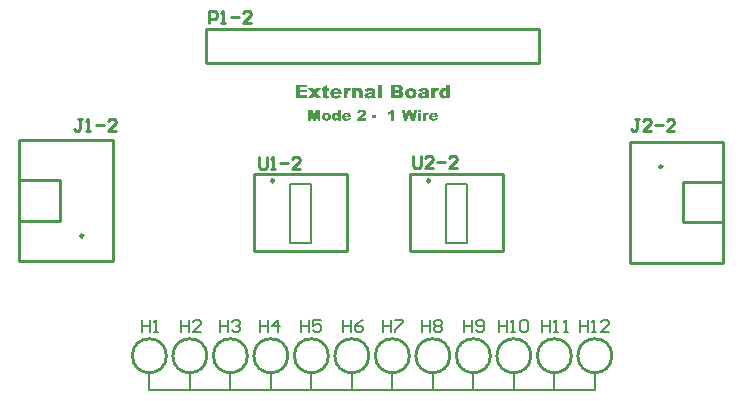
<source format=gto>
G04 Layer_Color=65535*
%FSLAX25Y25*%
%MOIN*%
G70*
G01*
G75*
%ADD21C,0.01000*%
%ADD22C,0.00984*%
%ADD23C,0.00800*%
%ADD24C,0.00787*%
G36*
X144328Y103315D02*
X143130D01*
Y103801D01*
X143121Y103784D01*
X143088Y103751D01*
X143038Y103701D01*
X142979Y103633D01*
X142903Y103567D01*
X142828Y103491D01*
X142753Y103432D01*
X142669Y103382D01*
X142660Y103374D01*
X142619Y103357D01*
X142560Y103340D01*
X142493Y103315D01*
X142401Y103282D01*
X142292Y103265D01*
X142183Y103248D01*
X142057Y103240D01*
X141990D01*
X141948Y103248D01*
X141890Y103256D01*
X141823Y103265D01*
X141672Y103307D01*
X141504Y103365D01*
X141420Y103407D01*
X141336Y103457D01*
X141244Y103516D01*
X141169Y103583D01*
X141093Y103659D01*
X141018Y103751D01*
Y103759D01*
X141001Y103776D01*
X140984Y103801D01*
X140959Y103843D01*
X140934Y103893D01*
X140909Y103952D01*
X140875Y104027D01*
X140842Y104103D01*
X140808Y104187D01*
X140775Y104287D01*
X140725Y104497D01*
X140683Y104740D01*
X140666Y105008D01*
Y105016D01*
Y105041D01*
Y105092D01*
X140674Y105142D01*
Y105217D01*
X140691Y105293D01*
X140700Y105385D01*
X140716Y105477D01*
X140767Y105678D01*
X140834Y105896D01*
X140934Y106097D01*
X140993Y106189D01*
X141060Y106273D01*
X141068Y106282D01*
X141077Y106290D01*
X141102Y106315D01*
X141135Y106340D01*
X141219Y106416D01*
X141336Y106500D01*
X141479Y106575D01*
X141647Y106650D01*
X141848Y106701D01*
X141957Y106709D01*
X142066Y106717D01*
X142116D01*
X142174Y106709D01*
X142242D01*
X142325Y106692D01*
X142418Y106676D01*
X142510Y106650D01*
X142602Y106617D01*
X142610Y106608D01*
X142644Y106600D01*
X142686Y106575D01*
X142744Y106541D01*
X142811Y106500D01*
X142887Y106449D01*
X142962Y106382D01*
X143038Y106315D01*
Y107907D01*
X144328D01*
Y103315D01*
D02*
G37*
G36*
X117856Y106709D02*
X117998Y106701D01*
X118157Y106692D01*
X118308Y106676D01*
X118442Y106650D01*
X118459D01*
X118501Y106634D01*
X118568Y106617D01*
X118652Y106592D01*
X118744Y106558D01*
X118836Y106508D01*
X118937Y106449D01*
X119029Y106382D01*
X119037Y106374D01*
X119054Y106357D01*
X119088Y106324D01*
X119121Y106282D01*
X119163Y106223D01*
X119205Y106156D01*
X119247Y106072D01*
X119280Y105980D01*
X119289Y105972D01*
X119297Y105938D01*
X119314Y105888D01*
X119331Y105821D01*
X119347Y105745D01*
X119364Y105661D01*
X119381Y105578D01*
Y105485D01*
Y104019D01*
Y104011D01*
Y103977D01*
Y103935D01*
Y103885D01*
X119389Y103768D01*
X119398Y103709D01*
X119406Y103650D01*
Y103642D01*
X119414Y103625D01*
X119423Y103600D01*
X119439Y103558D01*
X119456Y103508D01*
X119473Y103449D01*
X119540Y103315D01*
X118342D01*
Y103323D01*
X118333Y103340D01*
X118300Y103391D01*
X118266Y103449D01*
X118241Y103508D01*
Y103525D01*
X118233Y103558D01*
X118216Y103625D01*
X118199Y103717D01*
X118191Y103709D01*
X118157Y103675D01*
X118107Y103633D01*
X118040Y103583D01*
X117965Y103525D01*
X117881Y103474D01*
X117797Y103416D01*
X117705Y103374D01*
X117688Y103365D01*
X117646Y103357D01*
X117571Y103332D01*
X117479Y103307D01*
X117361Y103282D01*
X117227Y103265D01*
X117076Y103248D01*
X116917Y103240D01*
X116858D01*
X116817Y103248D01*
X116766D01*
X116708Y103256D01*
X116574Y103273D01*
X116431Y103307D01*
X116280Y103357D01*
X116129Y103416D01*
X116004Y103508D01*
X115987Y103525D01*
X115953Y103558D01*
X115911Y103617D01*
X115853Y103701D01*
X115794Y103801D01*
X115752Y103919D01*
X115719Y104044D01*
X115702Y104195D01*
Y104203D01*
Y104212D01*
Y104262D01*
X115710Y104329D01*
X115727Y104413D01*
X115752Y104513D01*
X115794Y104614D01*
X115845Y104723D01*
X115920Y104815D01*
X115928Y104824D01*
X115962Y104857D01*
X116021Y104899D01*
X116104Y104949D01*
X116222Y105008D01*
X116364Y105067D01*
X116532Y105125D01*
X116632Y105150D01*
X116741Y105175D01*
X116750D01*
X116775Y105184D01*
X116808Y105192D01*
X116858Y105201D01*
X116917Y105209D01*
X116984Y105226D01*
X117127Y105251D01*
X117286Y105284D01*
X117437Y105318D01*
X117571Y105351D01*
X117629Y105368D01*
X117671Y105377D01*
X117680D01*
X117713Y105385D01*
X117755Y105402D01*
X117814Y105419D01*
X117881Y105444D01*
X117956Y105469D01*
X118132Y105536D01*
Y105544D01*
Y105569D01*
X118124Y105611D01*
Y105661D01*
X118090Y105762D01*
X118065Y105812D01*
X118032Y105854D01*
X118023Y105863D01*
X118015Y105871D01*
X117990Y105888D01*
X117948Y105904D01*
X117906Y105921D01*
X117847Y105938D01*
X117772Y105955D01*
X117638D01*
X117579Y105946D01*
X117512D01*
X117361Y105913D01*
X117286Y105888D01*
X117219Y105854D01*
X117210D01*
X117202Y105838D01*
X117177Y105821D01*
X117152Y105787D01*
X117118Y105745D01*
X117085Y105695D01*
X117051Y105636D01*
X117026Y105561D01*
X115803Y105687D01*
Y105703D01*
X115819Y105737D01*
X115828Y105796D01*
X115853Y105871D01*
X115878Y105946D01*
X115911Y106030D01*
X115953Y106114D01*
X115995Y106189D01*
X116004Y106198D01*
X116021Y106223D01*
X116054Y106256D01*
X116096Y106298D01*
X116146Y106349D01*
X116213Y106399D01*
X116289Y106458D01*
X116372Y106508D01*
X116381Y106516D01*
X116406Y106525D01*
X116448Y106541D01*
X116498Y106567D01*
X116565Y106592D01*
X116649Y106617D01*
X116741Y106642D01*
X116850Y106659D01*
X116867D01*
X116900Y106667D01*
X116967Y106676D01*
X117051Y106692D01*
X117152Y106701D01*
X117261Y106709D01*
X117386Y106717D01*
X117722D01*
X117856Y106709D01*
D02*
G37*
G36*
X140105D02*
X140180Y106692D01*
X140272Y106676D01*
X140373Y106642D01*
X140490Y106600D01*
X140616Y106541D01*
X140214Y105628D01*
X140205Y105636D01*
X140180Y105645D01*
X140138Y105661D01*
X140088Y105678D01*
X139971Y105712D01*
X139912Y105728D01*
X139820D01*
X139778Y105720D01*
X139719Y105703D01*
X139652Y105678D01*
X139593Y105636D01*
X139526Y105586D01*
X139468Y105519D01*
X139459Y105502D01*
X139434Y105460D01*
X139426Y105427D01*
X139409Y105385D01*
X139392Y105335D01*
X139375Y105276D01*
X139350Y105201D01*
X139334Y105125D01*
X139317Y105033D01*
X139309Y104932D01*
X139292Y104824D01*
X139283Y104706D01*
X139275Y104572D01*
Y104430D01*
Y103315D01*
X137993D01*
Y106642D01*
X139183D01*
Y106097D01*
X139191Y106114D01*
X139216Y106156D01*
X139250Y106215D01*
X139292Y106290D01*
X139409Y106449D01*
X139468Y106525D01*
X139535Y106583D01*
X139543Y106592D01*
X139568Y106608D01*
X139610Y106625D01*
X139660Y106650D01*
X139727Y106676D01*
X139811Y106701D01*
X139895Y106709D01*
X139996Y106717D01*
X140046D01*
X140105Y106709D01*
D02*
G37*
G36*
X138873Y98562D02*
X138932D01*
X139056Y98549D01*
X139194Y98529D01*
X139338Y98496D01*
X139483Y98457D01*
X139614Y98398D01*
X139620D01*
X139627Y98391D01*
X139666Y98365D01*
X139725Y98326D01*
X139797Y98273D01*
X139883Y98201D01*
X139962Y98116D01*
X140040Y98017D01*
X140112Y97906D01*
Y97899D01*
X140119Y97893D01*
X140126Y97873D01*
X140139Y97847D01*
X140152Y97814D01*
X140165Y97774D01*
X140198Y97683D01*
X140230Y97558D01*
X140257Y97420D01*
X140276Y97256D01*
X140283Y97073D01*
Y96961D01*
X138282D01*
Y96948D01*
X138289Y96922D01*
X138295Y96876D01*
X138308Y96823D01*
X138348Y96705D01*
X138374Y96653D01*
X138407Y96600D01*
X138413Y96594D01*
X138433Y96574D01*
X138466Y96548D01*
X138512Y96515D01*
X138564Y96482D01*
X138630Y96456D01*
X138702Y96436D01*
X138787Y96430D01*
X138813D01*
X138840Y96436D01*
X138879D01*
X138964Y96463D01*
X139010Y96476D01*
X139063Y96502D01*
X139069D01*
X139076Y96508D01*
X139115Y96541D01*
X139141Y96561D01*
X139168Y96594D01*
X139207Y96627D01*
X139240Y96672D01*
X140224Y96581D01*
Y96574D01*
X140211Y96561D01*
X140198Y96541D01*
X140184Y96515D01*
X140132Y96449D01*
X140066Y96364D01*
X139988Y96272D01*
X139896Y96174D01*
X139791Y96088D01*
X139673Y96016D01*
X139666D01*
X139660Y96010D01*
X139640Y96003D01*
X139614Y95990D01*
X139581Y95977D01*
X139542Y95964D01*
X139496Y95944D01*
X139443Y95931D01*
X139378Y95918D01*
X139312Y95898D01*
X139240Y95885D01*
X139155Y95872D01*
X139069Y95859D01*
X138971Y95852D01*
X138873Y95846D01*
X138676D01*
X138630Y95852D01*
X138584D01*
X138466Y95865D01*
X138335Y95879D01*
X138197Y95905D01*
X138066Y95944D01*
X137948Y95990D01*
X137934Y95997D01*
X137902Y96016D01*
X137843Y96056D01*
X137777Y96102D01*
X137698Y96167D01*
X137613Y96246D01*
X137534Y96338D01*
X137455Y96449D01*
Y96456D01*
X137449Y96463D01*
X137436Y96482D01*
X137429Y96508D01*
X137397Y96574D01*
X137364Y96666D01*
X137324Y96771D01*
X137298Y96902D01*
X137272Y97040D01*
X137265Y97197D01*
Y97204D01*
Y97223D01*
Y97256D01*
X137272Y97296D01*
X137278Y97348D01*
X137285Y97414D01*
X137298Y97479D01*
X137311Y97551D01*
X137357Y97709D01*
X137390Y97788D01*
X137429Y97873D01*
X137475Y97958D01*
X137528Y98037D01*
X137587Y98116D01*
X137652Y98188D01*
X137659Y98194D01*
X137672Y98207D01*
X137692Y98221D01*
X137724Y98247D01*
X137764Y98273D01*
X137816Y98306D01*
X137869Y98345D01*
X137934Y98378D01*
X138007Y98411D01*
X138092Y98450D01*
X138177Y98483D01*
X138276Y98509D01*
X138381Y98535D01*
X138492Y98555D01*
X138610Y98562D01*
X138735Y98568D01*
X138827D01*
X138873Y98562D01*
D02*
G37*
G36*
X109851D02*
X109910D01*
X110035Y98549D01*
X110172Y98529D01*
X110317Y98496D01*
X110461Y98457D01*
X110592Y98398D01*
X110599D01*
X110606Y98391D01*
X110645Y98365D01*
X110704Y98326D01*
X110776Y98273D01*
X110861Y98201D01*
X110940Y98116D01*
X111019Y98017D01*
X111091Y97906D01*
Y97899D01*
X111098Y97893D01*
X111104Y97873D01*
X111117Y97847D01*
X111130Y97814D01*
X111143Y97774D01*
X111176Y97683D01*
X111209Y97558D01*
X111235Y97420D01*
X111255Y97256D01*
X111261Y97073D01*
Y96961D01*
X109261D01*
Y96948D01*
X109267Y96922D01*
X109274Y96876D01*
X109287Y96823D01*
X109326Y96705D01*
X109353Y96653D01*
X109385Y96600D01*
X109392Y96594D01*
X109412Y96574D01*
X109444Y96548D01*
X109490Y96515D01*
X109543Y96482D01*
X109608Y96456D01*
X109680Y96436D01*
X109766Y96430D01*
X109792D01*
X109818Y96436D01*
X109858D01*
X109943Y96463D01*
X109989Y96476D01*
X110041Y96502D01*
X110048D01*
X110054Y96508D01*
X110094Y96541D01*
X110120Y96561D01*
X110146Y96594D01*
X110186Y96627D01*
X110218Y96672D01*
X111202Y96581D01*
Y96574D01*
X111189Y96561D01*
X111176Y96541D01*
X111163Y96515D01*
X111111Y96449D01*
X111045Y96364D01*
X110966Y96272D01*
X110874Y96174D01*
X110769Y96088D01*
X110651Y96016D01*
X110645D01*
X110638Y96010D01*
X110619Y96003D01*
X110592Y95990D01*
X110559Y95977D01*
X110520Y95964D01*
X110474Y95944D01*
X110422Y95931D01*
X110356Y95918D01*
X110291Y95898D01*
X110218Y95885D01*
X110133Y95872D01*
X110048Y95859D01*
X109950Y95852D01*
X109851Y95846D01*
X109654D01*
X109608Y95852D01*
X109562D01*
X109444Y95865D01*
X109313Y95879D01*
X109175Y95905D01*
X109044Y95944D01*
X108926Y95990D01*
X108913Y95997D01*
X108880Y96016D01*
X108821Y96056D01*
X108756Y96102D01*
X108677Y96167D01*
X108592Y96246D01*
X108513Y96338D01*
X108434Y96449D01*
Y96456D01*
X108428Y96463D01*
X108414Y96482D01*
X108408Y96508D01*
X108375Y96574D01*
X108342Y96666D01*
X108303Y96771D01*
X108277Y96902D01*
X108250Y97040D01*
X108244Y97197D01*
Y97204D01*
Y97223D01*
Y97256D01*
X108250Y97296D01*
X108257Y97348D01*
X108264Y97414D01*
X108277Y97479D01*
X108290Y97551D01*
X108336Y97709D01*
X108369Y97788D01*
X108408Y97873D01*
X108454Y97958D01*
X108506Y98037D01*
X108565Y98116D01*
X108631Y98188D01*
X108637Y98194D01*
X108651Y98207D01*
X108670Y98221D01*
X108703Y98247D01*
X108742Y98273D01*
X108795Y98306D01*
X108847Y98345D01*
X108913Y98378D01*
X108985Y98411D01*
X109070Y98450D01*
X109156Y98483D01*
X109254Y98509D01*
X109359Y98535D01*
X109471Y98555D01*
X109589Y98562D01*
X109713Y98568D01*
X109805D01*
X109851Y98562D01*
D02*
G37*
G36*
X103160D02*
X103219Y98555D01*
X103298Y98542D01*
X103383Y98529D01*
X103468Y98509D01*
X103560Y98489D01*
X103658Y98457D01*
X103757Y98417D01*
X103855Y98378D01*
X103954Y98319D01*
X104045Y98260D01*
X104131Y98188D01*
X104209Y98109D01*
X104216Y98102D01*
X104223Y98096D01*
X104242Y98070D01*
X104262Y98043D01*
X104288Y98011D01*
X104314Y97965D01*
X104341Y97919D01*
X104374Y97860D01*
X104432Y97729D01*
X104485Y97578D01*
X104524Y97400D01*
X104531Y97309D01*
X104537Y97210D01*
Y97204D01*
Y97184D01*
Y97151D01*
X104531Y97112D01*
X104524Y97059D01*
X104518Y97000D01*
X104505Y96935D01*
X104485Y96863D01*
X104439Y96705D01*
X104406Y96627D01*
X104367Y96541D01*
X104321Y96463D01*
X104269Y96377D01*
X104209Y96298D01*
X104137Y96226D01*
X104131Y96220D01*
X104118Y96213D01*
X104098Y96193D01*
X104065Y96167D01*
X104026Y96141D01*
X103973Y96108D01*
X103914Y96069D01*
X103849Y96036D01*
X103777Y96003D01*
X103691Y95964D01*
X103599Y95931D01*
X103501Y95905D01*
X103396Y95879D01*
X103278Y95865D01*
X103160Y95852D01*
X103029Y95846D01*
X102970D01*
X102924Y95852D01*
X102871D01*
X102812Y95865D01*
X102740Y95872D01*
X102668Y95885D01*
X102504Y95925D01*
X102333Y95977D01*
X102169Y96056D01*
X102084Y96108D01*
X102012Y96161D01*
X102005Y96167D01*
X101992Y96180D01*
X101966Y96200D01*
X101940Y96233D01*
X101900Y96272D01*
X101861Y96318D01*
X101822Y96377D01*
X101776Y96436D01*
X101730Y96508D01*
X101690Y96587D01*
X101651Y96672D01*
X101612Y96764D01*
X101585Y96863D01*
X101559Y96968D01*
X101546Y97079D01*
X101540Y97197D01*
Y97204D01*
Y97223D01*
Y97256D01*
X101546Y97296D01*
X101553Y97348D01*
X101559Y97407D01*
X101572Y97473D01*
X101592Y97545D01*
X101638Y97702D01*
X101671Y97781D01*
X101710Y97866D01*
X101756Y97945D01*
X101809Y98030D01*
X101868Y98109D01*
X101940Y98181D01*
X101946Y98188D01*
X101959Y98201D01*
X101979Y98214D01*
X102012Y98240D01*
X102051Y98273D01*
X102104Y98306D01*
X102163Y98339D01*
X102228Y98378D01*
X102301Y98411D01*
X102379Y98444D01*
X102471Y98476D01*
X102569Y98509D01*
X102674Y98535D01*
X102786Y98549D01*
X102904Y98562D01*
X103029Y98568D01*
X103101D01*
X103160Y98562D01*
D02*
G37*
G36*
X121467Y103315D02*
X120185D01*
Y107907D01*
X121467D01*
Y103315D01*
D02*
G37*
G36*
X127266Y107899D02*
X127325D01*
X127384Y107891D01*
X127535Y107865D01*
X127702Y107824D01*
X127870Y107765D01*
X128029Y107681D01*
X128180Y107572D01*
X128188D01*
X128197Y107555D01*
X128238Y107513D01*
X128297Y107446D01*
X128364Y107346D01*
X128423Y107229D01*
X128481Y107095D01*
X128523Y106935D01*
X128540Y106851D01*
Y106759D01*
Y106751D01*
Y106743D01*
Y106692D01*
X128523Y106617D01*
X128507Y106525D01*
X128473Y106416D01*
X128431Y106298D01*
X128364Y106181D01*
X128280Y106064D01*
X128272Y106055D01*
X128247Y106030D01*
X128213Y105997D01*
X128155Y105955D01*
X128088Y105904D01*
X128004Y105854D01*
X127903Y105804D01*
X127786Y105754D01*
X127794D01*
X127811Y105745D01*
X127836D01*
X127870Y105728D01*
X127954Y105703D01*
X128062Y105661D01*
X128180Y105603D01*
X128305Y105527D01*
X128414Y105444D01*
X128515Y105343D01*
X128523Y105326D01*
X128549Y105293D01*
X128591Y105226D01*
X128632Y105142D01*
X128674Y105041D01*
X128716Y104916D01*
X128741Y104773D01*
X128750Y104614D01*
Y104597D01*
Y104555D01*
X128741Y104488D01*
X128733Y104404D01*
X128708Y104304D01*
X128683Y104195D01*
X128641Y104086D01*
X128582Y103977D01*
X128574Y103969D01*
X128549Y103927D01*
X128515Y103876D01*
X128465Y103818D01*
X128398Y103743D01*
X128314Y103667D01*
X128222Y103592D01*
X128121Y103525D01*
X128113D01*
X128088Y103508D01*
X128046Y103491D01*
X127987Y103466D01*
X127912Y103441D01*
X127820Y103416D01*
X127711Y103399D01*
X127585Y103374D01*
X127568D01*
X127543Y103365D01*
X127509D01*
X127426Y103357D01*
X127325Y103349D01*
X127216Y103332D01*
X127116Y103323D01*
X127023Y103315D01*
X124501D01*
Y107907D01*
X127225D01*
X127266Y107899D01*
D02*
G37*
G36*
X135688Y106709D02*
X135831Y106701D01*
X135990Y106692D01*
X136141Y106676D01*
X136275Y106650D01*
X136292D01*
X136334Y106634D01*
X136401Y106617D01*
X136484Y106592D01*
X136577Y106558D01*
X136669Y106508D01*
X136769Y106449D01*
X136862Y106382D01*
X136870Y106374D01*
X136887Y106357D01*
X136920Y106324D01*
X136954Y106282D01*
X136996Y106223D01*
X137038Y106156D01*
X137079Y106072D01*
X137113Y105980D01*
X137121Y105972D01*
X137130Y105938D01*
X137146Y105888D01*
X137163Y105821D01*
X137180Y105745D01*
X137197Y105661D01*
X137214Y105578D01*
Y105485D01*
Y104019D01*
Y104011D01*
Y103977D01*
Y103935D01*
Y103885D01*
X137222Y103768D01*
X137230Y103709D01*
X137239Y103650D01*
Y103642D01*
X137247Y103625D01*
X137255Y103600D01*
X137272Y103558D01*
X137289Y103508D01*
X137306Y103449D01*
X137373Y103315D01*
X136174D01*
Y103323D01*
X136166Y103340D01*
X136133Y103391D01*
X136099Y103449D01*
X136074Y103508D01*
Y103525D01*
X136065Y103558D01*
X136049Y103625D01*
X136032Y103717D01*
X136023Y103709D01*
X135990Y103675D01*
X135940Y103633D01*
X135873Y103583D01*
X135797Y103525D01*
X135714Y103474D01*
X135630Y103416D01*
X135538Y103374D01*
X135521Y103365D01*
X135479Y103357D01*
X135403Y103332D01*
X135311Y103307D01*
X135194Y103282D01*
X135060Y103265D01*
X134909Y103248D01*
X134750Y103240D01*
X134691D01*
X134649Y103248D01*
X134599D01*
X134540Y103256D01*
X134406Y103273D01*
X134264Y103307D01*
X134113Y103357D01*
X133962Y103416D01*
X133836Y103508D01*
X133820Y103525D01*
X133786Y103558D01*
X133744Y103617D01*
X133686Y103701D01*
X133627Y103801D01*
X133585Y103919D01*
X133551Y104044D01*
X133535Y104195D01*
Y104203D01*
Y104212D01*
Y104262D01*
X133543Y104329D01*
X133560Y104413D01*
X133585Y104513D01*
X133627Y104614D01*
X133677Y104723D01*
X133753Y104815D01*
X133761Y104824D01*
X133794Y104857D01*
X133853Y104899D01*
X133937Y104949D01*
X134054Y105008D01*
X134197Y105067D01*
X134364Y105125D01*
X134465Y105150D01*
X134574Y105175D01*
X134582D01*
X134607Y105184D01*
X134641Y105192D01*
X134691Y105201D01*
X134750Y105209D01*
X134817Y105226D01*
X134959Y105251D01*
X135118Y105284D01*
X135269Y105318D01*
X135403Y105351D01*
X135462Y105368D01*
X135504Y105377D01*
X135512D01*
X135546Y105385D01*
X135588Y105402D01*
X135646Y105419D01*
X135714Y105444D01*
X135789Y105469D01*
X135965Y105536D01*
Y105544D01*
Y105569D01*
X135957Y105611D01*
Y105661D01*
X135923Y105762D01*
X135898Y105812D01*
X135864Y105854D01*
X135856Y105863D01*
X135847Y105871D01*
X135822Y105888D01*
X135781Y105904D01*
X135739Y105921D01*
X135680Y105938D01*
X135605Y105955D01*
X135470D01*
X135412Y105946D01*
X135345D01*
X135194Y105913D01*
X135118Y105888D01*
X135051Y105854D01*
X135043D01*
X135035Y105838D01*
X135010Y105821D01*
X134984Y105787D01*
X134951Y105745D01*
X134917Y105695D01*
X134884Y105636D01*
X134859Y105561D01*
X133635Y105687D01*
Y105703D01*
X133652Y105737D01*
X133660Y105796D01*
X133686Y105871D01*
X133711Y105946D01*
X133744Y106030D01*
X133786Y106114D01*
X133828Y106189D01*
X133836Y106198D01*
X133853Y106223D01*
X133887Y106256D01*
X133929Y106298D01*
X133979Y106349D01*
X134046Y106399D01*
X134121Y106458D01*
X134205Y106508D01*
X134213Y106516D01*
X134239Y106525D01*
X134281Y106541D01*
X134331Y106567D01*
X134398Y106592D01*
X134482Y106617D01*
X134574Y106642D01*
X134683Y106659D01*
X134699D01*
X134733Y106667D01*
X134800Y106676D01*
X134884Y106692D01*
X134984Y106701D01*
X135093Y106709D01*
X135219Y106717D01*
X135554D01*
X135688Y106709D01*
D02*
G37*
G36*
X114051D02*
X114152Y106701D01*
X114269Y106676D01*
X114403Y106642D01*
X114537Y106583D01*
X114671Y106508D01*
X114797Y106399D01*
X114814Y106382D01*
X114847Y106340D01*
X114889Y106265D01*
X114948Y106156D01*
X115006Y106022D01*
X115048Y105854D01*
X115082Y105653D01*
X115099Y105427D01*
Y103315D01*
X113816D01*
Y105142D01*
Y105159D01*
Y105192D01*
X113808Y105251D01*
X113800Y105318D01*
X113766Y105460D01*
X113741Y105527D01*
X113699Y105586D01*
X113691Y105595D01*
X113674Y105611D01*
X113649Y105628D01*
X113615Y105653D01*
X113565Y105678D01*
X113515Y105703D01*
X113448Y105712D01*
X113372Y105720D01*
X113330D01*
X113289Y105712D01*
X113238Y105695D01*
X113180Y105678D01*
X113113Y105645D01*
X113054Y105603D01*
X112995Y105544D01*
X112987Y105536D01*
X112970Y105511D01*
X112953Y105460D01*
X112928Y105402D01*
X112895Y105309D01*
X112878Y105201D01*
X112861Y105067D01*
X112853Y104907D01*
Y103315D01*
X111579D01*
Y106642D01*
X112761D01*
Y106097D01*
X112769Y106114D01*
X112811Y106156D01*
X112861Y106215D01*
X112928Y106282D01*
X113012Y106365D01*
X113104Y106441D01*
X113196Y106516D01*
X113297Y106575D01*
X113314Y106583D01*
X113347Y106600D01*
X113406Y106617D01*
X113481Y106650D01*
X113582Y106676D01*
X113699Y106692D01*
X113825Y106709D01*
X113967Y106717D01*
X114018D01*
X114051Y106709D01*
D02*
G37*
G36*
X110858D02*
X110934Y106692D01*
X111026Y106676D01*
X111126Y106642D01*
X111244Y106600D01*
X111370Y106541D01*
X110967Y105628D01*
X110959Y105636D01*
X110934Y105645D01*
X110892Y105661D01*
X110842Y105678D01*
X110724Y105712D01*
X110666Y105728D01*
X110573D01*
X110532Y105720D01*
X110473Y105703D01*
X110406Y105678D01*
X110347Y105636D01*
X110280Y105586D01*
X110222Y105519D01*
X110213Y105502D01*
X110188Y105460D01*
X110180Y105427D01*
X110163Y105385D01*
X110146Y105335D01*
X110129Y105276D01*
X110104Y105201D01*
X110087Y105125D01*
X110071Y105033D01*
X110062Y104932D01*
X110046Y104824D01*
X110037Y104706D01*
X110029Y104572D01*
Y104430D01*
Y103315D01*
X108747D01*
Y106642D01*
X109937D01*
Y106097D01*
X109945Y106114D01*
X109970Y106156D01*
X110004Y106215D01*
X110046Y106290D01*
X110163Y106449D01*
X110222Y106525D01*
X110289Y106583D01*
X110297Y106592D01*
X110322Y106608D01*
X110364Y106625D01*
X110414Y106650D01*
X110481Y106676D01*
X110565Y106701D01*
X110649Y106709D01*
X110749Y106717D01*
X110800D01*
X110858Y106709D01*
D02*
G37*
G36*
X99956Y105050D02*
X101171Y103315D01*
X99679D01*
X99068Y104379D01*
X98347Y103315D01*
X96964D01*
X98171Y105050D01*
X97023Y106642D01*
X98540D01*
X99068Y105712D01*
X99679Y106642D01*
X101087D01*
X99956Y105050D01*
D02*
G37*
G36*
X114876Y99552D02*
X114928D01*
X115047Y99546D01*
X115178Y99526D01*
X115316Y99506D01*
X115447Y99474D01*
X115565Y99434D01*
X115571D01*
X115578Y99428D01*
X115611Y99414D01*
X115670Y99382D01*
X115735Y99342D01*
X115807Y99290D01*
X115886Y99231D01*
X115965Y99152D01*
X116031Y99067D01*
X116037Y99054D01*
X116057Y99021D01*
X116083Y98975D01*
X116116Y98903D01*
X116149Y98824D01*
X116175Y98726D01*
X116195Y98621D01*
X116201Y98509D01*
Y98503D01*
Y98496D01*
Y98476D01*
Y98457D01*
X116188Y98391D01*
X116175Y98306D01*
X116155Y98214D01*
X116116Y98102D01*
X116070Y97991D01*
X116004Y97879D01*
X115998Y97866D01*
X115965Y97827D01*
X115919Y97768D01*
X115847Y97689D01*
X115749Y97591D01*
X115690Y97538D01*
X115630Y97479D01*
X115558Y97420D01*
X115480Y97355D01*
X115394Y97289D01*
X115302Y97223D01*
X115289Y97217D01*
X115257Y97191D01*
X115204Y97151D01*
X115138Y97105D01*
X115073Y97059D01*
X115001Y97013D01*
X114942Y96968D01*
X114896Y96928D01*
X114889Y96922D01*
X114876Y96915D01*
X114856Y96895D01*
X114830Y96876D01*
X114758Y96804D01*
X114660Y96718D01*
X116227D01*
Y95905D01*
X113223D01*
Y95911D01*
Y95925D01*
X113230Y95951D01*
X113236Y95977D01*
X113243Y96016D01*
X113249Y96062D01*
X113282Y96174D01*
X113321Y96298D01*
X113374Y96436D01*
X113446Y96587D01*
X113531Y96731D01*
X113538Y96738D01*
X113544Y96751D01*
X113558Y96771D01*
X113584Y96804D01*
X113617Y96836D01*
X113649Y96882D01*
X113702Y96935D01*
X113754Y96994D01*
X113813Y97059D01*
X113885Y97132D01*
X113964Y97204D01*
X114056Y97289D01*
X114154Y97374D01*
X114266Y97466D01*
X114384Y97558D01*
X114515Y97656D01*
X114522Y97663D01*
X114535Y97670D01*
X114555Y97689D01*
X114587Y97709D01*
X114660Y97768D01*
X114751Y97840D01*
X114843Y97925D01*
X114942Y98004D01*
X115020Y98083D01*
X115053Y98122D01*
X115079Y98155D01*
X115086Y98162D01*
X115099Y98181D01*
X115119Y98214D01*
X115145Y98260D01*
X115165Y98306D01*
X115184Y98365D01*
X115198Y98417D01*
X115204Y98476D01*
Y98483D01*
Y98503D01*
X115198Y98535D01*
X115191Y98575D01*
X115171Y98621D01*
X115152Y98667D01*
X115119Y98712D01*
X115079Y98759D01*
X115073Y98765D01*
X115060Y98778D01*
X115033Y98798D01*
X114994Y98817D01*
X114948Y98837D01*
X114896Y98857D01*
X114837Y98870D01*
X114771Y98877D01*
X114738D01*
X114706Y98870D01*
X114660Y98863D01*
X114614Y98844D01*
X114561Y98824D01*
X114509Y98791D01*
X114456Y98752D01*
X114450Y98745D01*
X114436Y98732D01*
X114417Y98699D01*
X114391Y98654D01*
X114364Y98594D01*
X114338Y98522D01*
X114318Y98437D01*
X114299Y98332D01*
X113295Y98411D01*
Y98417D01*
Y98431D01*
X113302Y98450D01*
X113308Y98483D01*
X113321Y98555D01*
X113341Y98654D01*
X113374Y98759D01*
X113407Y98863D01*
X113452Y98968D01*
X113505Y99067D01*
X113512Y99080D01*
X113531Y99106D01*
X113571Y99146D01*
X113623Y99198D01*
X113682Y99257D01*
X113761Y99316D01*
X113846Y99375D01*
X113951Y99428D01*
X113958D01*
X113964Y99434D01*
X114004Y99447D01*
X114069Y99467D01*
X114161Y99493D01*
X114272Y99519D01*
X114410Y99539D01*
X114568Y99552D01*
X114745Y99559D01*
X114830D01*
X114876Y99552D01*
D02*
G37*
G36*
X132398Y95905D02*
X131302D01*
X130673Y98168D01*
X130043Y95905D01*
X128954D01*
X128160Y99500D01*
X129210D01*
X129590Y97492D01*
X130148Y99500D01*
X131197D01*
X131755Y97486D01*
X132135Y99500D01*
X133192D01*
X132398Y95905D01*
D02*
G37*
G36*
X103140Y106642D02*
X103844D01*
Y105712D01*
X103140D01*
Y104530D01*
Y104522D01*
Y104497D01*
Y104455D01*
X103149Y104413D01*
X103157Y104321D01*
X103165Y104279D01*
X103174Y104245D01*
X103191Y104228D01*
X103224Y104195D01*
X103291Y104162D01*
X103341Y104153D01*
X103392Y104145D01*
X103417D01*
X103451Y104153D01*
X103492D01*
X103551Y104162D01*
X103618Y104178D01*
X103693Y104195D01*
X103786Y104220D01*
X103886Y103340D01*
X103861D01*
X103836Y103332D01*
X103802Y103323D01*
X103710Y103307D01*
X103593Y103290D01*
X103459Y103273D01*
X103308Y103256D01*
X103157Y103248D01*
X102998Y103240D01*
X102922D01*
X102839Y103248D01*
X102730Y103256D01*
X102612Y103265D01*
X102504Y103290D01*
X102386Y103315D01*
X102294Y103357D01*
X102286Y103365D01*
X102260Y103382D01*
X102219Y103407D01*
X102168Y103449D01*
X102110Y103499D01*
X102059Y103567D01*
X102001Y103642D01*
X101959Y103726D01*
Y103734D01*
X101942Y103776D01*
X101925Y103835D01*
X101909Y103919D01*
X101892Y104036D01*
X101875Y104178D01*
X101867Y104346D01*
X101858Y104539D01*
Y105712D01*
X101389D01*
Y106642D01*
X101858D01*
Y107245D01*
X103140Y107907D01*
Y106642D01*
D02*
G37*
G36*
X106342Y106709D02*
X106417D01*
X106576Y106692D01*
X106752Y106667D01*
X106937Y106625D01*
X107121Y106575D01*
X107289Y106500D01*
X107297D01*
X107305Y106491D01*
X107355Y106458D01*
X107431Y106407D01*
X107523Y106340D01*
X107632Y106248D01*
X107733Y106139D01*
X107833Y106013D01*
X107925Y105871D01*
Y105863D01*
X107934Y105854D01*
X107942Y105829D01*
X107959Y105796D01*
X107976Y105754D01*
X107992Y105703D01*
X108034Y105586D01*
X108076Y105427D01*
X108110Y105251D01*
X108135Y105041D01*
X108143Y104807D01*
Y104664D01*
X105587D01*
Y104648D01*
X105596Y104614D01*
X105604Y104555D01*
X105621Y104488D01*
X105671Y104337D01*
X105705Y104270D01*
X105747Y104203D01*
X105755Y104195D01*
X105780Y104170D01*
X105822Y104136D01*
X105881Y104094D01*
X105948Y104052D01*
X106032Y104019D01*
X106124Y103994D01*
X106233Y103986D01*
X106266D01*
X106300Y103994D01*
X106350D01*
X106459Y104027D01*
X106518Y104044D01*
X106585Y104078D01*
X106593D01*
X106601Y104086D01*
X106652Y104128D01*
X106685Y104153D01*
X106719Y104195D01*
X106769Y104237D01*
X106811Y104296D01*
X108068Y104178D01*
Y104170D01*
X108051Y104153D01*
X108034Y104128D01*
X108018Y104094D01*
X107950Y104011D01*
X107867Y103902D01*
X107766Y103784D01*
X107649Y103659D01*
X107515Y103550D01*
X107364Y103457D01*
X107355D01*
X107347Y103449D01*
X107322Y103441D01*
X107289Y103424D01*
X107247Y103407D01*
X107196Y103391D01*
X107138Y103365D01*
X107071Y103349D01*
X106987Y103332D01*
X106903Y103307D01*
X106811Y103290D01*
X106702Y103273D01*
X106593Y103256D01*
X106467Y103248D01*
X106342Y103240D01*
X106090D01*
X106032Y103248D01*
X105973D01*
X105822Y103265D01*
X105654Y103282D01*
X105478Y103315D01*
X105311Y103365D01*
X105160Y103424D01*
X105143Y103432D01*
X105101Y103457D01*
X105026Y103508D01*
X104942Y103567D01*
X104841Y103650D01*
X104733Y103751D01*
X104632Y103868D01*
X104532Y104011D01*
Y104019D01*
X104523Y104027D01*
X104506Y104052D01*
X104498Y104086D01*
X104456Y104170D01*
X104414Y104287D01*
X104364Y104421D01*
X104330Y104589D01*
X104297Y104765D01*
X104288Y104966D01*
Y104974D01*
Y104999D01*
Y105041D01*
X104297Y105092D01*
X104305Y105159D01*
X104314Y105243D01*
X104330Y105326D01*
X104347Y105419D01*
X104406Y105620D01*
X104448Y105720D01*
X104498Y105829D01*
X104557Y105938D01*
X104624Y106039D01*
X104699Y106139D01*
X104783Y106231D01*
X104791Y106240D01*
X104808Y106256D01*
X104833Y106273D01*
X104875Y106307D01*
X104925Y106340D01*
X104992Y106382D01*
X105059Y106432D01*
X105143Y106474D01*
X105235Y106516D01*
X105344Y106567D01*
X105453Y106608D01*
X105579Y106642D01*
X105713Y106676D01*
X105856Y106701D01*
X106006Y106709D01*
X106166Y106717D01*
X106283D01*
X106342Y106709D01*
D02*
G37*
G36*
X134523Y98817D02*
X133526D01*
Y99500D01*
X134523D01*
Y98817D01*
D02*
G37*
G36*
X107758Y95905D02*
X106820D01*
Y96285D01*
X106814Y96272D01*
X106788Y96246D01*
X106748Y96207D01*
X106702Y96154D01*
X106643Y96102D01*
X106584Y96043D01*
X106525Y95997D01*
X106459Y95957D01*
X106453Y95951D01*
X106420Y95938D01*
X106374Y95925D01*
X106322Y95905D01*
X106250Y95879D01*
X106164Y95865D01*
X106079Y95852D01*
X105981Y95846D01*
X105928D01*
X105895Y95852D01*
X105850Y95859D01*
X105797Y95865D01*
X105679Y95898D01*
X105548Y95944D01*
X105482Y95977D01*
X105417Y96016D01*
X105344Y96062D01*
X105285Y96115D01*
X105226Y96174D01*
X105167Y96246D01*
Y96253D01*
X105154Y96266D01*
X105141Y96285D01*
X105121Y96318D01*
X105102Y96358D01*
X105082Y96403D01*
X105056Y96463D01*
X105029Y96522D01*
X105003Y96587D01*
X104977Y96666D01*
X104938Y96830D01*
X104905Y97020D01*
X104892Y97230D01*
Y97237D01*
Y97256D01*
Y97296D01*
X104898Y97335D01*
Y97394D01*
X104911Y97453D01*
X104918Y97525D01*
X104931Y97597D01*
X104970Y97755D01*
X105023Y97925D01*
X105102Y98083D01*
X105148Y98155D01*
X105200Y98221D01*
X105207Y98227D01*
X105213Y98234D01*
X105233Y98253D01*
X105259Y98273D01*
X105325Y98332D01*
X105417Y98398D01*
X105528Y98457D01*
X105659Y98516D01*
X105817Y98555D01*
X105902Y98562D01*
X105987Y98568D01*
X106027D01*
X106072Y98562D01*
X106125D01*
X106191Y98549D01*
X106263Y98535D01*
X106335Y98516D01*
X106407Y98489D01*
X106414Y98483D01*
X106440Y98476D01*
X106473Y98457D01*
X106519Y98431D01*
X106571Y98398D01*
X106630Y98358D01*
X106689Y98306D01*
X106748Y98253D01*
Y99500D01*
X107758D01*
Y95905D01*
D02*
G37*
G36*
X136826Y98562D02*
X136885Y98549D01*
X136957Y98535D01*
X137036Y98509D01*
X137127Y98476D01*
X137226Y98431D01*
X136911Y97715D01*
X136905Y97722D01*
X136885Y97729D01*
X136852Y97742D01*
X136813Y97755D01*
X136721Y97781D01*
X136675Y97794D01*
X136603D01*
X136570Y97788D01*
X136524Y97774D01*
X136472Y97755D01*
X136426Y97722D01*
X136373Y97683D01*
X136327Y97630D01*
X136321Y97617D01*
X136301Y97584D01*
X136294Y97558D01*
X136281Y97525D01*
X136268Y97486D01*
X136255Y97440D01*
X136235Y97381D01*
X136222Y97322D01*
X136209Y97250D01*
X136203Y97171D01*
X136189Y97086D01*
X136183Y96994D01*
X136176Y96889D01*
Y96777D01*
Y95905D01*
X135173D01*
Y98509D01*
X136104D01*
Y98083D01*
X136111Y98096D01*
X136130Y98129D01*
X136157Y98175D01*
X136189Y98234D01*
X136281Y98358D01*
X136327Y98417D01*
X136380Y98463D01*
X136386Y98470D01*
X136406Y98483D01*
X136439Y98496D01*
X136478Y98516D01*
X136531Y98535D01*
X136596Y98555D01*
X136662Y98562D01*
X136741Y98568D01*
X136780D01*
X136826Y98562D01*
D02*
G37*
G36*
X96570Y106927D02*
X94191D01*
Y106198D01*
X96394D01*
Y105259D01*
X94191D01*
Y104354D01*
X96637D01*
Y103315D01*
X92766D01*
Y107907D01*
X96570D01*
Y106927D01*
D02*
G37*
G36*
X134523Y95905D02*
X133526D01*
Y98509D01*
X134523D01*
Y95905D01*
D02*
G37*
G36*
X125608D02*
X124598D01*
Y98293D01*
X124585Y98286D01*
X124559Y98260D01*
X124506Y98227D01*
X124447Y98181D01*
X124375Y98135D01*
X124290Y98083D01*
X124204Y98030D01*
X124119Y97984D01*
X124106Y97978D01*
X124080Y97965D01*
X124027Y97945D01*
X123962Y97919D01*
X123876Y97886D01*
X123784Y97847D01*
X123673Y97814D01*
X123548Y97774D01*
Y98588D01*
X123555D01*
X123568Y98594D01*
X123594Y98608D01*
X123634Y98614D01*
X123673Y98634D01*
X123725Y98654D01*
X123837Y98699D01*
X123962Y98759D01*
X124093Y98824D01*
X124224Y98896D01*
X124336Y98981D01*
X124342D01*
X124349Y98995D01*
X124381Y99021D01*
X124434Y99073D01*
X124499Y99146D01*
X124572Y99224D01*
X124644Y99323D01*
X124716Y99434D01*
X124782Y99559D01*
X125608D01*
Y95905D01*
D02*
G37*
G36*
X101021D02*
X100110D01*
Y98647D01*
X99408Y95905D01*
X98581D01*
X97886Y98647D01*
Y95905D01*
X96974D01*
Y99500D01*
X98437D01*
X98994Y97309D01*
X99558Y99500D01*
X101021D01*
Y95905D01*
D02*
G37*
G36*
X119678Y96830D02*
X118228D01*
Y97604D01*
X119678D01*
Y96830D01*
D02*
G37*
G36*
X131322Y106709D02*
X131398Y106701D01*
X131498Y106684D01*
X131607Y106667D01*
X131716Y106642D01*
X131834Y106617D01*
X131959Y106575D01*
X132085Y106525D01*
X132211Y106474D01*
X132336Y106399D01*
X132454Y106324D01*
X132563Y106231D01*
X132663Y106131D01*
X132671Y106122D01*
X132680Y106114D01*
X132705Y106080D01*
X132730Y106047D01*
X132764Y106005D01*
X132797Y105946D01*
X132831Y105888D01*
X132873Y105812D01*
X132948Y105645D01*
X133015Y105452D01*
X133065Y105226D01*
X133074Y105108D01*
X133082Y104983D01*
Y104974D01*
Y104949D01*
Y104907D01*
X133074Y104857D01*
X133065Y104790D01*
X133057Y104715D01*
X133040Y104631D01*
X133015Y104539D01*
X132956Y104337D01*
X132914Y104237D01*
X132864Y104128D01*
X132806Y104027D01*
X132739Y103919D01*
X132663Y103818D01*
X132571Y103726D01*
X132563Y103717D01*
X132546Y103709D01*
X132521Y103684D01*
X132479Y103650D01*
X132429Y103617D01*
X132361Y103575D01*
X132286Y103525D01*
X132202Y103483D01*
X132110Y103441D01*
X132001Y103391D01*
X131884Y103349D01*
X131758Y103315D01*
X131624Y103282D01*
X131473Y103265D01*
X131322Y103248D01*
X131155Y103240D01*
X131079D01*
X131021Y103248D01*
X130954D01*
X130878Y103265D01*
X130786Y103273D01*
X130694Y103290D01*
X130484Y103340D01*
X130266Y103407D01*
X130057Y103508D01*
X129948Y103575D01*
X129856Y103642D01*
X129848Y103650D01*
X129831Y103667D01*
X129797Y103692D01*
X129764Y103734D01*
X129713Y103784D01*
X129663Y103843D01*
X129613Y103919D01*
X129554Y103994D01*
X129496Y104086D01*
X129445Y104187D01*
X129395Y104296D01*
X129345Y104413D01*
X129311Y104539D01*
X129278Y104673D01*
X129261Y104815D01*
X129253Y104966D01*
Y104974D01*
Y104999D01*
Y105041D01*
X129261Y105092D01*
X129269Y105159D01*
X129278Y105234D01*
X129294Y105318D01*
X129320Y105410D01*
X129378Y105611D01*
X129420Y105712D01*
X129470Y105821D01*
X129529Y105921D01*
X129596Y106030D01*
X129672Y106131D01*
X129764Y106223D01*
X129772Y106231D01*
X129789Y106248D01*
X129814Y106265D01*
X129856Y106298D01*
X129906Y106340D01*
X129973Y106382D01*
X130049Y106424D01*
X130132Y106474D01*
X130225Y106516D01*
X130325Y106558D01*
X130442Y106600D01*
X130568Y106642D01*
X130702Y106676D01*
X130845Y106692D01*
X130996Y106709D01*
X131155Y106717D01*
X131247D01*
X131322Y106709D01*
D02*
G37*
%LPC*%
G36*
X142459Y105762D02*
X142426D01*
X142384Y105754D01*
X142325Y105737D01*
X142267Y105712D01*
X142208Y105678D01*
X142141Y105636D01*
X142082Y105569D01*
X142074Y105561D01*
X142057Y105536D01*
X142040Y105485D01*
X142015Y105427D01*
X141982Y105335D01*
X141965Y105234D01*
X141948Y105100D01*
X141940Y104949D01*
Y104941D01*
Y104932D01*
Y104882D01*
X141948Y104815D01*
X141957Y104723D01*
X141973Y104631D01*
X142007Y104530D01*
X142040Y104438D01*
X142091Y104354D01*
X142099Y104346D01*
X142116Y104329D01*
X142149Y104296D01*
X142200Y104262D01*
X142250Y104228D01*
X142317Y104195D01*
X142392Y104178D01*
X142476Y104170D01*
X142518D01*
X142560Y104178D01*
X142619Y104195D01*
X142677Y104212D01*
X142753Y104245D01*
X142820Y104296D01*
X142878Y104354D01*
X142887Y104363D01*
X142903Y104388D01*
X142929Y104438D01*
X142962Y104505D01*
X142996Y104589D01*
X143021Y104698D01*
X143038Y104832D01*
X143046Y104983D01*
Y104991D01*
Y104999D01*
Y105050D01*
X143038Y105117D01*
X143029Y105201D01*
X143004Y105301D01*
X142979Y105393D01*
X142937Y105485D01*
X142878Y105569D01*
X142870Y105578D01*
X142845Y105603D01*
X142811Y105628D01*
X142761Y105670D01*
X142702Y105703D01*
X142635Y105728D01*
X142552Y105754D01*
X142459Y105762D01*
D02*
G37*
G36*
X118132Y104891D02*
X118124D01*
X118090Y104874D01*
X118032Y104857D01*
X117965Y104832D01*
X117881Y104807D01*
X117789Y104782D01*
X117579Y104723D01*
X117562Y104715D01*
X117520Y104706D01*
X117453Y104689D01*
X117370Y104664D01*
X117286Y104631D01*
X117210Y104597D01*
X117135Y104564D01*
X117085Y104522D01*
Y104513D01*
X117068Y104505D01*
X117034Y104455D01*
X117001Y104379D01*
X116992Y104337D01*
X116984Y104287D01*
Y104279D01*
Y104262D01*
X116992Y104237D01*
X117001Y104203D01*
X117026Y104120D01*
X117051Y104078D01*
X117085Y104044D01*
X117093D01*
X117102Y104027D01*
X117127Y104019D01*
X117168Y104002D01*
X117210Y103986D01*
X117261Y103969D01*
X117328Y103960D01*
X117395Y103952D01*
X117428D01*
X117470Y103960D01*
X117520Y103969D01*
X117579Y103977D01*
X117646Y103994D01*
X117722Y104019D01*
X117789Y104052D01*
X117797Y104061D01*
X117822Y104069D01*
X117847Y104094D01*
X117889Y104120D01*
X117973Y104195D01*
X118015Y104245D01*
X118048Y104296D01*
Y104304D01*
X118065Y104321D01*
X118074Y104354D01*
X118090Y104404D01*
X118107Y104455D01*
X118115Y104522D01*
X118132Y104597D01*
Y104681D01*
Y104891D01*
D02*
G37*
G36*
X138774Y97978D02*
X138735D01*
X138689Y97971D01*
X138636Y97952D01*
X138577Y97932D01*
X138512Y97899D01*
X138453Y97853D01*
X138394Y97788D01*
X138387Y97781D01*
X138381Y97768D01*
X138367Y97735D01*
X138348Y97702D01*
X138328Y97650D01*
X138308Y97591D01*
X138295Y97519D01*
X138282Y97440D01*
X139266D01*
Y97447D01*
Y97453D01*
X139260Y97486D01*
X139246Y97538D01*
X139233Y97597D01*
X139214Y97663D01*
X139187Y97729D01*
X139155Y97794D01*
X139109Y97847D01*
X139102Y97853D01*
X139089Y97866D01*
X139056Y97886D01*
X139023Y97912D01*
X138971Y97939D01*
X138918Y97958D01*
X138846Y97971D01*
X138774Y97978D01*
D02*
G37*
G36*
X109753D02*
X109713D01*
X109667Y97971D01*
X109615Y97952D01*
X109556Y97932D01*
X109490Y97899D01*
X109431Y97853D01*
X109372Y97788D01*
X109366Y97781D01*
X109359Y97768D01*
X109346Y97735D01*
X109326Y97702D01*
X109307Y97650D01*
X109287Y97591D01*
X109274Y97519D01*
X109261Y97440D01*
X110245D01*
Y97447D01*
Y97453D01*
X110238Y97486D01*
X110225Y97538D01*
X110212Y97597D01*
X110192Y97663D01*
X110166Y97729D01*
X110133Y97794D01*
X110087Y97847D01*
X110081Y97853D01*
X110068Y97866D01*
X110035Y97886D01*
X110002Y97912D01*
X109950Y97939D01*
X109897Y97958D01*
X109825Y97971D01*
X109753Y97978D01*
D02*
G37*
G36*
X103042Y97879D02*
X103009D01*
X102963Y97873D01*
X102917Y97860D01*
X102858Y97840D01*
X102799Y97807D01*
X102740Y97768D01*
X102681Y97709D01*
X102674Y97702D01*
X102661Y97676D01*
X102635Y97637D01*
X102615Y97584D01*
X102589Y97512D01*
X102563Y97420D01*
X102550Y97315D01*
X102543Y97197D01*
Y97191D01*
Y97184D01*
Y97164D01*
Y97138D01*
X102550Y97079D01*
X102563Y97000D01*
X102576Y96922D01*
X102602Y96836D01*
X102635Y96758D01*
X102681Y96685D01*
X102688Y96679D01*
X102707Y96659D01*
X102740Y96633D01*
X102779Y96607D01*
X102832Y96574D01*
X102891Y96548D01*
X102963Y96528D01*
X103035Y96522D01*
X103075D01*
X103114Y96528D01*
X103160Y96541D01*
X103219Y96561D01*
X103278Y96587D01*
X103337Y96627D01*
X103390Y96679D01*
X103396Y96685D01*
X103409Y96712D01*
X103435Y96751D01*
X103462Y96810D01*
X103488Y96882D01*
X103514Y96974D01*
X103527Y97079D01*
X103534Y97210D01*
Y97217D01*
Y97223D01*
Y97263D01*
X103527Y97322D01*
X103514Y97400D01*
X103501Y97479D01*
X103475Y97565D01*
X103435Y97643D01*
X103390Y97709D01*
X103383Y97715D01*
X103363Y97735D01*
X103337Y97761D01*
X103298Y97794D01*
X103245Y97827D01*
X103186Y97853D01*
X103114Y97873D01*
X103042Y97879D01*
D02*
G37*
G36*
X126562Y106977D02*
X125934D01*
Y106106D01*
X126604D01*
X126663Y106114D01*
X126739Y106122D01*
X126889Y106156D01*
X126956Y106181D01*
X127015Y106215D01*
X127023Y106223D01*
X127040Y106240D01*
X127057Y106265D01*
X127082Y106298D01*
X127107Y106349D01*
X127132Y106407D01*
X127141Y106474D01*
X127149Y106550D01*
Y106558D01*
Y106583D01*
X127141Y106617D01*
X127132Y106667D01*
X127116Y106717D01*
X127090Y106768D01*
X127057Y106818D01*
X127015Y106860D01*
X127007Y106868D01*
X126990Y106877D01*
X126956Y106893D01*
X126906Y106919D01*
X126847Y106944D01*
X126772Y106960D01*
X126671Y106969D01*
X126562Y106977D01*
D02*
G37*
G36*
X126646Y105234D02*
X125934D01*
Y104304D01*
X126713D01*
X126780Y104312D01*
X126856Y104321D01*
X126948Y104337D01*
X127032Y104354D01*
X127107Y104388D01*
X127174Y104430D01*
X127183Y104438D01*
X127199Y104455D01*
X127225Y104480D01*
X127250Y104522D01*
X127275Y104572D01*
X127300Y104639D01*
X127317Y104706D01*
X127325Y104782D01*
Y104790D01*
Y104815D01*
X127317Y104849D01*
X127308Y104899D01*
X127292Y104949D01*
X127258Y105008D01*
X127225Y105058D01*
X127174Y105108D01*
X127166Y105117D01*
X127149Y105125D01*
X127107Y105150D01*
X127049Y105175D01*
X126981Y105192D01*
X126889Y105217D01*
X126780Y105226D01*
X126646Y105234D01*
D02*
G37*
G36*
X135965Y104891D02*
X135957D01*
X135923Y104874D01*
X135864Y104857D01*
X135797Y104832D01*
X135714Y104807D01*
X135621Y104782D01*
X135412Y104723D01*
X135395Y104715D01*
X135353Y104706D01*
X135286Y104689D01*
X135202Y104664D01*
X135118Y104631D01*
X135043Y104597D01*
X134968Y104564D01*
X134917Y104522D01*
Y104513D01*
X134901Y104505D01*
X134867Y104455D01*
X134834Y104379D01*
X134825Y104337D01*
X134817Y104287D01*
Y104279D01*
Y104262D01*
X134825Y104237D01*
X134834Y104203D01*
X134859Y104120D01*
X134884Y104078D01*
X134917Y104044D01*
X134926D01*
X134934Y104027D01*
X134959Y104019D01*
X135001Y104002D01*
X135043Y103986D01*
X135093Y103969D01*
X135160Y103960D01*
X135227Y103952D01*
X135261D01*
X135303Y103960D01*
X135353Y103969D01*
X135412Y103977D01*
X135479Y103994D01*
X135554Y104019D01*
X135621Y104052D01*
X135630Y104061D01*
X135655Y104069D01*
X135680Y104094D01*
X135722Y104120D01*
X135806Y104195D01*
X135847Y104245D01*
X135881Y104296D01*
Y104304D01*
X135898Y104321D01*
X135906Y104354D01*
X135923Y104404D01*
X135940Y104455D01*
X135948Y104522D01*
X135965Y104597D01*
Y104681D01*
Y104891D01*
D02*
G37*
G36*
X106216Y105963D02*
X106166D01*
X106107Y105955D01*
X106040Y105930D01*
X105965Y105904D01*
X105881Y105863D01*
X105805Y105804D01*
X105730Y105720D01*
X105721Y105712D01*
X105713Y105695D01*
X105696Y105653D01*
X105671Y105611D01*
X105646Y105544D01*
X105621Y105469D01*
X105604Y105377D01*
X105587Y105276D01*
X106844D01*
Y105284D01*
Y105293D01*
X106836Y105335D01*
X106819Y105402D01*
X106802Y105477D01*
X106777Y105561D01*
X106744Y105645D01*
X106702Y105728D01*
X106643Y105796D01*
X106635Y105804D01*
X106618Y105821D01*
X106576Y105846D01*
X106534Y105879D01*
X106467Y105913D01*
X106400Y105938D01*
X106308Y105955D01*
X106216Y105963D01*
D02*
G37*
G36*
X106296Y97820D02*
X106269D01*
X106237Y97814D01*
X106191Y97801D01*
X106145Y97781D01*
X106099Y97755D01*
X106046Y97722D01*
X106000Y97670D01*
X105994Y97663D01*
X105981Y97643D01*
X105968Y97604D01*
X105948Y97558D01*
X105922Y97486D01*
X105909Y97407D01*
X105895Y97302D01*
X105889Y97184D01*
Y97177D01*
Y97171D01*
Y97132D01*
X105895Y97079D01*
X105902Y97007D01*
X105915Y96935D01*
X105941Y96856D01*
X105968Y96784D01*
X106007Y96718D01*
X106014Y96712D01*
X106027Y96699D01*
X106053Y96672D01*
X106092Y96646D01*
X106131Y96620D01*
X106184Y96594D01*
X106243Y96581D01*
X106309Y96574D01*
X106342D01*
X106374Y96581D01*
X106420Y96594D01*
X106466Y96607D01*
X106525Y96633D01*
X106578Y96672D01*
X106624Y96718D01*
X106630Y96725D01*
X106643Y96745D01*
X106663Y96784D01*
X106689Y96836D01*
X106715Y96902D01*
X106735Y96987D01*
X106748Y97092D01*
X106755Y97210D01*
Y97217D01*
Y97223D01*
Y97263D01*
X106748Y97315D01*
X106742Y97381D01*
X106722Y97460D01*
X106702Y97532D01*
X106669Y97604D01*
X106624Y97670D01*
X106617Y97676D01*
X106597Y97696D01*
X106571Y97715D01*
X106532Y97748D01*
X106486Y97774D01*
X106433Y97794D01*
X106368Y97814D01*
X106296Y97820D01*
D02*
G37*
G36*
X131172Y105838D02*
X131130D01*
X131071Y105829D01*
X131012Y105812D01*
X130937Y105787D01*
X130861Y105745D01*
X130786Y105695D01*
X130711Y105620D01*
X130702Y105611D01*
X130685Y105578D01*
X130652Y105527D01*
X130627Y105460D01*
X130593Y105368D01*
X130560Y105251D01*
X130543Y105117D01*
X130535Y104966D01*
Y104958D01*
Y104949D01*
Y104924D01*
Y104891D01*
X130543Y104815D01*
X130560Y104715D01*
X130577Y104614D01*
X130610Y104505D01*
X130652Y104404D01*
X130711Y104312D01*
X130719Y104304D01*
X130744Y104279D01*
X130786Y104245D01*
X130836Y104212D01*
X130903Y104170D01*
X130979Y104136D01*
X131071Y104111D01*
X131163Y104103D01*
X131213D01*
X131264Y104111D01*
X131322Y104128D01*
X131398Y104153D01*
X131473Y104187D01*
X131549Y104237D01*
X131616Y104304D01*
X131624Y104312D01*
X131641Y104346D01*
X131674Y104396D01*
X131708Y104472D01*
X131741Y104564D01*
X131775Y104681D01*
X131792Y104815D01*
X131800Y104983D01*
Y104991D01*
Y104999D01*
Y105050D01*
X131792Y105125D01*
X131775Y105226D01*
X131758Y105326D01*
X131725Y105435D01*
X131674Y105536D01*
X131616Y105620D01*
X131607Y105628D01*
X131582Y105653D01*
X131549Y105687D01*
X131498Y105728D01*
X131431Y105770D01*
X131356Y105804D01*
X131264Y105829D01*
X131172Y105838D01*
D02*
G37*
%LPD*%
D21*
X198175Y17500D02*
G03*
X198175Y17500I-5675J0D01*
G01*
X184675D02*
G03*
X184675Y17500I-5675J0D01*
G01*
X171175D02*
G03*
X171175Y17500I-5675J0D01*
G01*
X157675D02*
G03*
X157675Y17500I-5675J0D01*
G01*
X144175D02*
G03*
X144175Y17500I-5675J0D01*
G01*
X130675D02*
G03*
X130675Y17500I-5675J0D01*
G01*
X117175D02*
G03*
X117175Y17500I-5675J0D01*
G01*
X103675D02*
G03*
X103675Y17500I-5675J0D01*
G01*
X90175D02*
G03*
X90175Y17500I-5675J0D01*
G01*
X76675D02*
G03*
X76675Y17500I-5675J0D01*
G01*
X63175D02*
G03*
X63175Y17500I-5675J0D01*
G01*
X49675D02*
G03*
X49675Y17500I-5675J0D01*
G01*
X62812Y115157D02*
Y126574D01*
X174000D01*
Y115157D02*
Y126574D01*
X62812Y115157D02*
X174000D01*
X204066Y88888D02*
X235382D01*
X204066Y48478D02*
Y88888D01*
X221849Y75505D02*
X235289D01*
X221849Y62081D02*
Y75505D01*
Y62081D02*
X235310D01*
X235382Y48478D02*
Y88888D01*
X204066Y48478D02*
X235382D01*
X618Y49112D02*
X31934D01*
Y89522D01*
X711Y62495D02*
X14151D01*
Y75919D01*
X690D02*
X14151D01*
X618Y49112D02*
Y89522D01*
X31934D01*
X79000Y52500D02*
Y78000D01*
X110000D01*
X79000Y52500D02*
X110000D01*
Y78000D01*
X162000Y52500D02*
Y78000D01*
X131000Y52500D02*
X162000D01*
X131000Y78000D02*
X162000D01*
X131000Y52500D02*
Y78000D01*
X64000Y128500D02*
Y132436D01*
X65968D01*
X66624Y131780D01*
Y130468D01*
X65968Y129812D01*
X64000D01*
X67936Y128500D02*
X69248D01*
X68592D01*
Y132436D01*
X67936Y131780D01*
X71215Y130468D02*
X73839D01*
X77775Y128500D02*
X75151D01*
X77775Y131124D01*
Y131780D01*
X77119Y132436D01*
X75807D01*
X75151Y131780D01*
X207224Y96336D02*
X205912D01*
X206568D01*
Y93056D01*
X205912Y92400D01*
X205256D01*
X204600Y93056D01*
X211160Y92400D02*
X208536D01*
X211160Y95024D01*
Y95680D01*
X210504Y96336D01*
X209192D01*
X208536Y95680D01*
X212472Y94368D02*
X215095D01*
X219031Y92400D02*
X216407D01*
X219031Y95024D01*
Y95680D01*
X218375Y96336D01*
X217063D01*
X216407Y95680D01*
X21624Y96436D02*
X20312D01*
X20968D01*
Y93156D01*
X20312Y92500D01*
X19656D01*
X19000Y93156D01*
X22936Y92500D02*
X24248D01*
X23592D01*
Y96436D01*
X22936Y95780D01*
X26215Y94468D02*
X28839D01*
X32775Y92500D02*
X30151D01*
X32775Y95124D01*
Y95780D01*
X32119Y96436D01*
X30807D01*
X30151Y95780D01*
X80500Y83736D02*
Y80456D01*
X81156Y79800D01*
X82468D01*
X83124Y80456D01*
Y83736D01*
X84436Y79800D02*
X85748D01*
X85092D01*
Y83736D01*
X84436Y83080D01*
X87716Y81768D02*
X90339D01*
X94275Y79800D02*
X91651D01*
X94275Y82424D01*
Y83080D01*
X93619Y83736D01*
X92307D01*
X91651Y83080D01*
X132000Y83936D02*
Y80656D01*
X132656Y80000D01*
X133968D01*
X134624Y80656D01*
Y83936D01*
X138560Y80000D02*
X135936D01*
X138560Y82624D01*
Y83280D01*
X137904Y83936D01*
X136592D01*
X135936Y83280D01*
X139872Y81968D02*
X142495D01*
X146431Y80000D02*
X143807D01*
X146431Y82624D01*
Y83280D01*
X145775Y83936D01*
X144463D01*
X143807Y83280D01*
D22*
X214983Y80509D02*
G03*
X214983Y80509I-492J0D01*
G01*
X22001Y57491D02*
G03*
X22001Y57491I-492J0D01*
G01*
X85492Y75846D02*
G03*
X85492Y75846I-492J0D01*
G01*
X137492D02*
G03*
X137492Y75846I-492J0D01*
G01*
D23*
X192500Y6000D02*
Y12000D01*
X179000Y6000D02*
Y12000D01*
X165500Y6000D02*
Y12000D01*
X152000Y6000D02*
Y12000D01*
X138500Y6000D02*
Y12000D01*
X125000Y6000D02*
Y12000D01*
X111500Y6000D02*
Y12000D01*
X98000Y6000D02*
Y12000D01*
X84500Y6000D02*
Y12000D01*
X71000Y6000D02*
Y12000D01*
X57500Y6000D02*
Y12000D01*
X44000Y6000D02*
X192500D01*
X44000D02*
Y11500D01*
D24*
X90905Y55158D02*
X97992D01*
X90905Y74843D02*
X97992D01*
Y55158D02*
Y74843D01*
X90905Y55158D02*
Y74843D01*
X142905Y55158D02*
X149992D01*
X142905Y74843D02*
X149992D01*
Y55158D02*
Y74843D01*
X142905Y55158D02*
Y74843D01*
X187500Y29436D02*
Y25500D01*
Y27468D01*
X190124D01*
Y29436D01*
Y25500D01*
X191436D02*
X192748D01*
X192092D01*
Y29436D01*
X191436Y28780D01*
X197339Y25500D02*
X194715D01*
X197339Y28124D01*
Y28780D01*
X196683Y29436D01*
X195371D01*
X194715Y28780D01*
X175000Y29436D02*
Y25500D01*
Y27468D01*
X177624D01*
Y29436D01*
Y25500D01*
X178936D02*
X180248D01*
X179592D01*
Y29436D01*
X178936Y28780D01*
X182215Y25500D02*
X183527D01*
X182871D01*
Y29436D01*
X182215Y28780D01*
X160500Y29436D02*
Y25500D01*
Y27468D01*
X163124D01*
Y29436D01*
Y25500D01*
X164436D02*
X165748D01*
X165092D01*
Y29436D01*
X164436Y28780D01*
X167716D02*
X168371Y29436D01*
X169683D01*
X170339Y28780D01*
Y26156D01*
X169683Y25500D01*
X168371D01*
X167716Y26156D01*
Y28780D01*
X149000Y29436D02*
Y25500D01*
Y27468D01*
X151624D01*
Y29436D01*
Y25500D01*
X152936Y26156D02*
X153592Y25500D01*
X154904D01*
X155560Y26156D01*
Y28780D01*
X154904Y29436D01*
X153592D01*
X152936Y28780D01*
Y28124D01*
X153592Y27468D01*
X155560D01*
X135000Y29436D02*
Y25500D01*
Y27468D01*
X137624D01*
Y29436D01*
Y25500D01*
X138936Y28780D02*
X139592Y29436D01*
X140904D01*
X141560Y28780D01*
Y28124D01*
X140904Y27468D01*
X141560Y26812D01*
Y26156D01*
X140904Y25500D01*
X139592D01*
X138936Y26156D01*
Y26812D01*
X139592Y27468D01*
X138936Y28124D01*
Y28780D01*
X139592Y27468D02*
X140904D01*
X122000Y29436D02*
Y25500D01*
Y27468D01*
X124624D01*
Y29436D01*
Y25500D01*
X125936Y29436D02*
X128560D01*
Y28780D01*
X125936Y26156D01*
Y25500D01*
X108500Y29436D02*
Y25500D01*
Y27468D01*
X111124D01*
Y29436D01*
Y25500D01*
X115060Y29436D02*
X113748Y28780D01*
X112436Y27468D01*
Y26156D01*
X113092Y25500D01*
X114404D01*
X115060Y26156D01*
Y26812D01*
X114404Y27468D01*
X112436D01*
X94500Y29436D02*
Y25500D01*
Y27468D01*
X97124D01*
Y29436D01*
Y25500D01*
X101060Y29436D02*
X98436D01*
Y27468D01*
X99748Y28124D01*
X100404D01*
X101060Y27468D01*
Y26156D01*
X100404Y25500D01*
X99092D01*
X98436Y26156D01*
X81000Y29436D02*
Y25500D01*
Y27468D01*
X83624D01*
Y29436D01*
Y25500D01*
X86904D02*
Y29436D01*
X84936Y27468D01*
X87560D01*
X67500Y29436D02*
Y25500D01*
Y27468D01*
X70124D01*
Y29436D01*
Y25500D01*
X71436Y28780D02*
X72092Y29436D01*
X73404D01*
X74060Y28780D01*
Y28124D01*
X73404Y27468D01*
X72748D01*
X73404D01*
X74060Y26812D01*
Y26156D01*
X73404Y25500D01*
X72092D01*
X71436Y26156D01*
X54500Y29436D02*
Y25500D01*
Y27468D01*
X57124D01*
Y29436D01*
Y25500D01*
X61060D02*
X58436D01*
X61060Y28124D01*
Y28780D01*
X60404Y29436D01*
X59092D01*
X58436Y28780D01*
X41500Y29436D02*
Y25500D01*
Y27468D01*
X44124D01*
Y29436D01*
Y25500D01*
X45436D02*
X46748D01*
X46092D01*
Y29436D01*
X45436Y28780D01*
M02*

</source>
